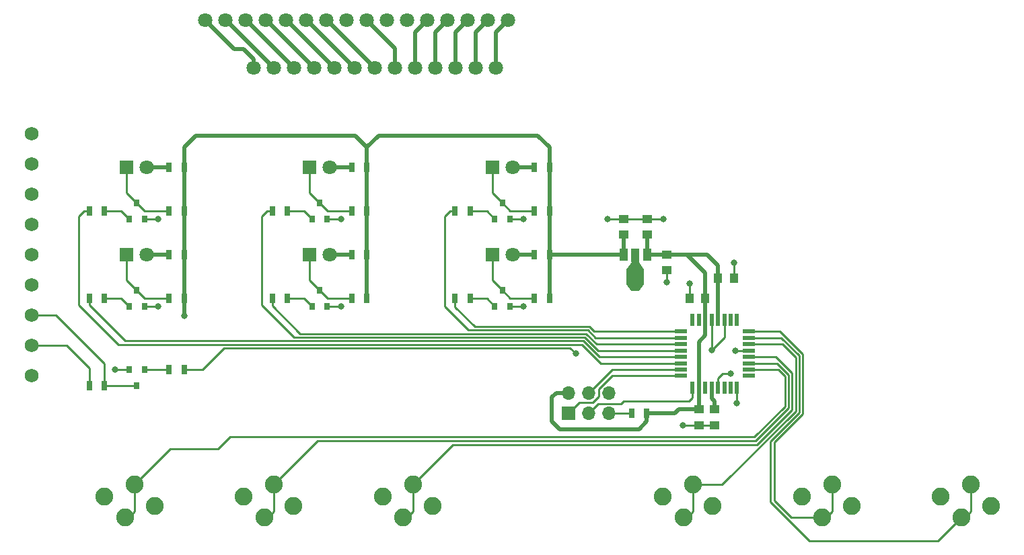
<source format=gtl>
G04 #@! TF.GenerationSoftware,KiCad,Pcbnew,(5.1.7)-1*
G04 #@! TF.CreationDate,2022-05-13T22:18:05+02:00*
G04 #@! TF.ProjectId,Anzeige-Modul,416e7a65-6967-4652-9d4d-6f64756c2e6b,rev?*
G04 #@! TF.SameCoordinates,Original*
G04 #@! TF.FileFunction,Copper,L1,Top*
G04 #@! TF.FilePolarity,Positive*
%FSLAX46Y46*%
G04 Gerber Fmt 4.6, Leading zero omitted, Abs format (unit mm)*
G04 Created by KiCad (PCBNEW (5.1.7)-1) date 2022-05-13 22:18:05*
%MOMM*%
%LPD*%
G01*
G04 APERTURE LIST*
G04 #@! TA.AperFunction,SMDPad,CuDef*
%ADD10R,0.800000X0.900000*%
G04 #@! TD*
G04 #@! TA.AperFunction,ComponentPad*
%ADD11C,2.250000*%
G04 #@! TD*
G04 #@! TA.AperFunction,SMDPad,CuDef*
%ADD12R,1.250000X1.000000*%
G04 #@! TD*
G04 #@! TA.AperFunction,SMDPad,CuDef*
%ADD13R,1.000000X1.250000*%
G04 #@! TD*
G04 #@! TA.AperFunction,ComponentPad*
%ADD14C,1.750000*%
G04 #@! TD*
G04 #@! TA.AperFunction,SMDPad,CuDef*
%ADD15R,0.700000X1.300000*%
G04 #@! TD*
G04 #@! TA.AperFunction,SMDPad,CuDef*
%ADD16R,0.550000X1.600000*%
G04 #@! TD*
G04 #@! TA.AperFunction,SMDPad,CuDef*
%ADD17R,1.600000X0.550000*%
G04 #@! TD*
G04 #@! TA.AperFunction,ComponentPad*
%ADD18R,1.800000X1.800000*%
G04 #@! TD*
G04 #@! TA.AperFunction,ComponentPad*
%ADD19C,1.800000*%
G04 #@! TD*
G04 #@! TA.AperFunction,SMDPad,CuDef*
%ADD20C,0.100000*%
G04 #@! TD*
G04 #@! TA.AperFunction,SMDPad,CuDef*
%ADD21R,2.200000X1.840000*%
G04 #@! TD*
G04 #@! TA.AperFunction,SMDPad,CuDef*
%ADD22R,1.000000X1.500000*%
G04 #@! TD*
G04 #@! TA.AperFunction,SMDPad,CuDef*
%ADD23R,1.000000X1.800000*%
G04 #@! TD*
G04 #@! TA.AperFunction,ComponentPad*
%ADD24R,1.700000X1.700000*%
G04 #@! TD*
G04 #@! TA.AperFunction,ComponentPad*
%ADD25O,1.700000X1.700000*%
G04 #@! TD*
G04 #@! TA.AperFunction,ViaPad*
%ADD26C,0.800000*%
G04 #@! TD*
G04 #@! TA.AperFunction,Conductor*
%ADD27C,0.250000*%
G04 #@! TD*
G04 #@! TA.AperFunction,Conductor*
%ADD28C,0.500000*%
G04 #@! TD*
G04 APERTURE END LIST*
D10*
X38220000Y-87000000D03*
X36320000Y-87000000D03*
X37270000Y-89000000D03*
D11*
X39500000Y-104200000D03*
X35800000Y-105600000D03*
X33200000Y-103000000D03*
X37000000Y-101500000D03*
X57000000Y-104200000D03*
X53300000Y-105600000D03*
X50700000Y-103000000D03*
X54500000Y-101500000D03*
X74500000Y-104200000D03*
X70800000Y-105600000D03*
X68200000Y-103000000D03*
X72000000Y-101500000D03*
X109750000Y-104200000D03*
X106050000Y-105600000D03*
X103450000Y-103000000D03*
X107250000Y-101500000D03*
X144750000Y-104200000D03*
X141050000Y-105600000D03*
X138450000Y-103000000D03*
X142250000Y-101500000D03*
X127250000Y-104200000D03*
X123550000Y-105600000D03*
X120950000Y-103000000D03*
X124750000Y-101500000D03*
D12*
X108000000Y-94000000D03*
X108000000Y-92000000D03*
D13*
X106800000Y-78000000D03*
X108800000Y-78000000D03*
X112400000Y-75500000D03*
X110400000Y-75500000D03*
D12*
X104000000Y-74500000D03*
X104000000Y-72500000D03*
D14*
X24000000Y-87740000D03*
X24000000Y-83930000D03*
X24000000Y-80120000D03*
X24000000Y-76310000D03*
X24000000Y-72500000D03*
X24000000Y-68690000D03*
X24000000Y-64880000D03*
X24000000Y-61070000D03*
X24000000Y-57260000D03*
D15*
X101450000Y-92500000D03*
X99550000Y-92500000D03*
D12*
X110000000Y-92000000D03*
X110000000Y-94000000D03*
D16*
X112800000Y-80750000D03*
X112000000Y-80750000D03*
X111200000Y-80750000D03*
X110400000Y-80750000D03*
X109600000Y-80750000D03*
X108800000Y-80750000D03*
X108000000Y-80750000D03*
X107200000Y-80750000D03*
D17*
X105750000Y-82200000D03*
X105750000Y-83000000D03*
X105750000Y-83800000D03*
X105750000Y-84600000D03*
X105750000Y-85400000D03*
X105750000Y-86200000D03*
X105750000Y-87000000D03*
X105750000Y-87800000D03*
D16*
X107200000Y-89250000D03*
X108000000Y-89250000D03*
X108800000Y-89250000D03*
X109600000Y-89250000D03*
X110400000Y-89250000D03*
X111200000Y-89250000D03*
X112000000Y-89250000D03*
X112800000Y-89250000D03*
D17*
X114250000Y-87800000D03*
X114250000Y-87000000D03*
X114250000Y-86200000D03*
X114250000Y-85400000D03*
X114250000Y-84600000D03*
X114250000Y-83800000D03*
X114250000Y-83000000D03*
X114250000Y-82200000D03*
D18*
X36000000Y-61500000D03*
D19*
X38540000Y-61500000D03*
D18*
X59000000Y-61500000D03*
D19*
X61540000Y-61500000D03*
D18*
X82000000Y-61500000D03*
D19*
X84540000Y-61500000D03*
D18*
X36000000Y-72500000D03*
D19*
X38540000Y-72500000D03*
D18*
X59000000Y-72500000D03*
D19*
X61540000Y-72500000D03*
D18*
X82000000Y-72500000D03*
D19*
X84540000Y-72500000D03*
D15*
X41320000Y-61500000D03*
X43220000Y-61500000D03*
X64320000Y-61500000D03*
X66220000Y-61500000D03*
X87320000Y-61500000D03*
X89220000Y-61500000D03*
X41320000Y-72500000D03*
X43220000Y-72500000D03*
X64320000Y-72500000D03*
X66220000Y-72500000D03*
X87320000Y-72500000D03*
X89220000Y-72500000D03*
D10*
X36320000Y-68000000D03*
X38220000Y-68000000D03*
X37270000Y-66000000D03*
X59320000Y-68000000D03*
X61220000Y-68000000D03*
X60270000Y-66000000D03*
X82320000Y-68000000D03*
X84220000Y-68000000D03*
X83270000Y-66000000D03*
X36320000Y-79000000D03*
X38220000Y-79000000D03*
X37270000Y-77000000D03*
X59320000Y-79000000D03*
X61220000Y-79000000D03*
X60270000Y-77000000D03*
X82320000Y-79000000D03*
X84220000Y-79000000D03*
X83270000Y-77000000D03*
D15*
X41320000Y-67000000D03*
X43220000Y-67000000D03*
X64320000Y-67000000D03*
X66220000Y-67000000D03*
X87320000Y-67000000D03*
X89220000Y-67000000D03*
X41320000Y-78000000D03*
X43220000Y-78000000D03*
X64320000Y-78000000D03*
X66220000Y-78000000D03*
X89220000Y-78000000D03*
X87320000Y-78000000D03*
X31320000Y-67000000D03*
X33220000Y-67000000D03*
X54320000Y-67000000D03*
X56220000Y-67000000D03*
X77320000Y-67000000D03*
X79220000Y-67000000D03*
X31320000Y-78000000D03*
X33220000Y-78000000D03*
X54320000Y-78000000D03*
X56220000Y-78000000D03*
X77320000Y-78000000D03*
X79220000Y-78000000D03*
G04 #@! TA.AperFunction,SMDPad,CuDef*
D20*
G36*
X98900000Y-74403800D02*
G01*
X99600000Y-73403800D01*
X100400000Y-73403800D01*
X101100000Y-74403800D01*
X98900000Y-74403800D01*
G37*
G04 #@! TD.AperFunction*
D21*
X100000000Y-75313500D03*
D22*
X98500000Y-72500000D03*
D23*
X100000000Y-72646500D03*
D22*
X101500000Y-72500000D03*
G04 #@! TA.AperFunction,SMDPad,CuDef*
D20*
G36*
X101100000Y-76222000D02*
G01*
X100500000Y-77072000D01*
X99500000Y-77072000D01*
X98900000Y-76222000D01*
X101100000Y-76222000D01*
G37*
G04 #@! TD.AperFunction*
D19*
X52000000Y-49000000D03*
X54540000Y-49000000D03*
X57080000Y-49000000D03*
X59620000Y-49000000D03*
X62160000Y-49000000D03*
X64700000Y-49000000D03*
X67240000Y-49000000D03*
X69780000Y-49000000D03*
X72320000Y-49000000D03*
X74860000Y-49000000D03*
X77400000Y-49000000D03*
X79940000Y-49000000D03*
X82480000Y-49000000D03*
X84000000Y-43000000D03*
X81460000Y-43000000D03*
X78920000Y-43000000D03*
X76380000Y-43000000D03*
X73840000Y-43000000D03*
X71300000Y-43000000D03*
X68760000Y-43000000D03*
X66220000Y-43000000D03*
X63680000Y-43000000D03*
X61140000Y-43000000D03*
X58600000Y-43000000D03*
X56060000Y-43000000D03*
X53520000Y-43000000D03*
X50980000Y-43000000D03*
X48440000Y-43000000D03*
X45900000Y-43000000D03*
D24*
X91585000Y-92500000D03*
D25*
X91585000Y-89960000D03*
X94125000Y-92500000D03*
X94125000Y-89960000D03*
X96665000Y-92500000D03*
X96665000Y-89960000D03*
D15*
X43220000Y-87000000D03*
X41320000Y-87000000D03*
X31320000Y-89000000D03*
X33220000Y-89000000D03*
D12*
X98500000Y-68000000D03*
X98500000Y-70000000D03*
X101500000Y-68000000D03*
X101500000Y-70000000D03*
D26*
X100000000Y-72350000D03*
X100000000Y-73200000D03*
X100000000Y-74050000D03*
X100000000Y-74900000D03*
X100000000Y-75750000D03*
X100000000Y-76600000D03*
X85950000Y-79000000D03*
X85950000Y-68000000D03*
X39950000Y-68000000D03*
X39950000Y-79000000D03*
X62950000Y-68000000D03*
X62950000Y-79000000D03*
X34500000Y-87000000D03*
X106000000Y-94000000D03*
X112000000Y-87500000D03*
X109612653Y-84500000D03*
X106800000Y-76200000D03*
X112400000Y-73500000D03*
X104000000Y-76000000D03*
X103500000Y-68000000D03*
X96500000Y-68000000D03*
X43220000Y-80200000D03*
X112600000Y-84600000D03*
X92500000Y-85000000D03*
X112800000Y-91200000D03*
D27*
X24000000Y-80120000D02*
X27120000Y-80120000D01*
X33220000Y-86220000D02*
X33220000Y-89000000D01*
X27120000Y-80120000D02*
X33220000Y-86220000D01*
X37270000Y-89000000D02*
X33220000Y-89000000D01*
X39950000Y-79000000D02*
X38220000Y-79000000D01*
X39950000Y-68000000D02*
X38220000Y-68000000D01*
X62950000Y-68000000D02*
X61220000Y-68000000D01*
X62950000Y-79000000D02*
X61220000Y-79000000D01*
X85950000Y-79000000D02*
X84220000Y-79000000D01*
X85950000Y-68000000D02*
X84220000Y-68000000D01*
X36320000Y-87000000D02*
X34500000Y-87000000D01*
X110000000Y-94000000D02*
X106000000Y-94000000D01*
X109600000Y-84487347D02*
X109612653Y-84500000D01*
X109600000Y-80750000D02*
X109600000Y-84487347D01*
X111200000Y-82912653D02*
X109612653Y-84500000D01*
X111200000Y-80750000D02*
X111200000Y-82912653D01*
X110400000Y-89250000D02*
X110400000Y-88100000D01*
X111000000Y-87500000D02*
X112000000Y-87500000D01*
X110400000Y-88100000D02*
X111000000Y-87500000D01*
X106800000Y-78000000D02*
X106800000Y-76200000D01*
X112400000Y-75500000D02*
X112400000Y-73500000D01*
X104000000Y-74500000D02*
X104000000Y-76000000D01*
X101500000Y-68000000D02*
X103500000Y-68000000D01*
X101500000Y-68000000D02*
X98500000Y-68000000D01*
X98500000Y-68000000D02*
X96500000Y-68000000D01*
D28*
X43220000Y-61500000D02*
X43220000Y-78000000D01*
X66220000Y-61500000D02*
X66220000Y-78000000D01*
X89220000Y-61500000D02*
X89220000Y-78000000D01*
X43220000Y-80200000D02*
X43220000Y-78000000D01*
X66220000Y-61500000D02*
X66220000Y-59000000D01*
X43220000Y-59000000D02*
X43220000Y-61500000D01*
X44720000Y-57500000D02*
X43220000Y-59000000D01*
X89220000Y-59000000D02*
X87720000Y-57500000D01*
X89220000Y-61500000D02*
X89220000Y-59000000D01*
X64720000Y-57500000D02*
X66220000Y-59000000D01*
X63500000Y-57500000D02*
X64720000Y-57500000D01*
X63500000Y-57500000D02*
X44720000Y-57500000D01*
X67720000Y-57500000D02*
X66220000Y-59000000D01*
X87720000Y-57500000D02*
X69500000Y-57500000D01*
X69500000Y-57500000D02*
X67720000Y-57500000D01*
X89220000Y-72500000D02*
X98500000Y-72500000D01*
X98500000Y-70000000D02*
X98500000Y-72500000D01*
D27*
X24000000Y-83930000D02*
X28430000Y-83930000D01*
X31320000Y-86820000D02*
X31320000Y-89000000D01*
X28430000Y-83930000D02*
X31320000Y-86820000D01*
X30000000Y-67675001D02*
X30000000Y-78861409D01*
X30675001Y-67000000D02*
X30000000Y-67675001D01*
X31320000Y-67000000D02*
X30675001Y-67000000D01*
X34963651Y-83825060D02*
X30000000Y-78861409D01*
X36674940Y-83825060D02*
X34963651Y-83825060D01*
X36674940Y-83825060D02*
X93269292Y-83825060D01*
X95644232Y-86200000D02*
X93269292Y-83825060D01*
X105750000Y-86200000D02*
X95644232Y-86200000D01*
X53000000Y-67675001D02*
X53000000Y-78910001D01*
X53675001Y-67000000D02*
X53000000Y-67675001D01*
X54320000Y-67000000D02*
X53675001Y-67000000D01*
X57015039Y-82925040D02*
X53000000Y-78910001D01*
X58574960Y-82925040D02*
X57015039Y-82925040D01*
X58574960Y-82925040D02*
X93642092Y-82925040D01*
X95317052Y-84600000D02*
X93642092Y-82925040D01*
X105750000Y-84600000D02*
X95317052Y-84600000D01*
X76000000Y-67675001D02*
X76000000Y-79049999D01*
X76675001Y-67000000D02*
X76000000Y-67675001D01*
X77320000Y-67000000D02*
X76675001Y-67000000D01*
X78975021Y-82025020D02*
X76000000Y-79049999D01*
X80525020Y-82025020D02*
X78975021Y-82025020D01*
X80525020Y-82025020D02*
X94014892Y-82025020D01*
X94989872Y-83000000D02*
X94014892Y-82025020D01*
X105750000Y-83000000D02*
X94989872Y-83000000D01*
X31320000Y-78900000D02*
X31320000Y-78000000D01*
X35795050Y-83375050D02*
X31320000Y-78900000D01*
X36624950Y-83375050D02*
X35795050Y-83375050D01*
X93455692Y-83375050D02*
X36624950Y-83375050D01*
X95480642Y-85400000D02*
X93455692Y-83375050D01*
X105750000Y-85400000D02*
X95480642Y-85400000D01*
X54320000Y-78000000D02*
X54320000Y-78948592D01*
X57846438Y-82475030D02*
X54320000Y-78948592D01*
X59024970Y-82475030D02*
X57846438Y-82475030D01*
X59024970Y-82475030D02*
X93828492Y-82475030D01*
X95153462Y-83800000D02*
X93828492Y-82475030D01*
X105750000Y-83800000D02*
X95153462Y-83800000D01*
X77320000Y-78000000D02*
X77320000Y-79088590D01*
X79806420Y-81575010D02*
X77320000Y-79088590D01*
X81424990Y-81575010D02*
X79806420Y-81575010D01*
X81424990Y-81575010D02*
X94201292Y-81575010D01*
X94826282Y-82200000D02*
X94201292Y-81575010D01*
X105750000Y-82200000D02*
X94826282Y-82200000D01*
X96665000Y-92500000D02*
X99550000Y-92500000D01*
X114250000Y-84600000D02*
X112600000Y-84600000D01*
D28*
X101500000Y-70000000D02*
X101500000Y-72500000D01*
X108000000Y-89250000D02*
X108000000Y-92000000D01*
X105500000Y-92000000D02*
X108000000Y-92000000D01*
X101450000Y-92500000D02*
X105000000Y-92500000D01*
X105000000Y-92500000D02*
X105500000Y-92000000D01*
X101450000Y-93550000D02*
X101450000Y-92500000D01*
X100500000Y-94500000D02*
X101450000Y-93550000D01*
X89500000Y-93500000D02*
X90500000Y-94500000D01*
X90500000Y-94500000D02*
X100500000Y-94500000D01*
X89500000Y-90500000D02*
X89500000Y-93500000D01*
X90040000Y-89960000D02*
X89500000Y-90500000D01*
X91585000Y-89960000D02*
X90040000Y-89960000D01*
X108000000Y-89250000D02*
X108000000Y-83500000D01*
X108800000Y-82700000D02*
X108800000Y-80750000D01*
X108000000Y-83500000D02*
X108800000Y-82700000D01*
X101500000Y-72500000D02*
X104000000Y-72500000D01*
X110400000Y-80600000D02*
X110400000Y-75500000D01*
X110400000Y-80750000D02*
X110400000Y-80600000D01*
X108800000Y-80750000D02*
X108800000Y-78000000D01*
X106500000Y-72500000D02*
X108800000Y-74800000D01*
X108800000Y-74800000D02*
X108800000Y-78000000D01*
X104000000Y-72500000D02*
X106500000Y-72500000D01*
X109000000Y-72500000D02*
X110400000Y-73900000D01*
X110400000Y-73900000D02*
X110400000Y-75500000D01*
X106500000Y-72500000D02*
X109000000Y-72500000D01*
D27*
X37000000Y-104900000D02*
X35800000Y-106100000D01*
X37000000Y-102000000D02*
X37000000Y-104900000D01*
X118000000Y-87000000D02*
X114250000Y-87000000D01*
X118824960Y-87824960D02*
X118000000Y-87000000D01*
X118824960Y-91675040D02*
X118824960Y-87824960D01*
X115000000Y-95500000D02*
X118824960Y-91675040D01*
X49000000Y-95500000D02*
X115000000Y-95500000D01*
X47500000Y-97000000D02*
X49000000Y-95500000D01*
X41500000Y-97000000D02*
X47500000Y-97000000D01*
X37000000Y-101500000D02*
X41500000Y-97000000D01*
X54500000Y-104900000D02*
X53300000Y-106100000D01*
X54500000Y-102000000D02*
X54500000Y-104900000D01*
X60000000Y-96000000D02*
X54500000Y-101500000D01*
X115136410Y-96000000D02*
X60000000Y-96000000D01*
X119274970Y-91861440D02*
X115136410Y-96000000D01*
X117836410Y-86200000D02*
X119274970Y-87638560D01*
X119274970Y-87638560D02*
X119274970Y-91861440D01*
X114250000Y-86200000D02*
X117836410Y-86200000D01*
X72000000Y-104900000D02*
X70800000Y-106100000D01*
X72000000Y-102000000D02*
X72000000Y-104900000D01*
X77000000Y-96500000D02*
X72000000Y-101500000D01*
X115272820Y-96500000D02*
X77000000Y-96500000D01*
X119724980Y-92047840D02*
X115272820Y-96500000D01*
X119724980Y-87452160D02*
X119724980Y-92047840D01*
X117672820Y-85400000D02*
X119724980Y-87452160D01*
X114250000Y-85400000D02*
X117672820Y-85400000D01*
X107250000Y-104900000D02*
X106050000Y-106100000D01*
X107250000Y-102000000D02*
X107250000Y-104900000D01*
X118527180Y-83800000D02*
X114250000Y-83800000D01*
X120174990Y-85447810D02*
X118527180Y-83800000D01*
X120174990Y-92234240D02*
X120174990Y-85447810D01*
X110909230Y-101500000D02*
X120174990Y-92234240D01*
X107250000Y-101500000D02*
X110909230Y-101500000D01*
X124750000Y-104900000D02*
X123550000Y-106100000D01*
X124750000Y-102000000D02*
X124750000Y-104900000D01*
X118200000Y-82200000D02*
X114250000Y-82200000D01*
X121075010Y-85075010D02*
X118200000Y-82200000D01*
X121075010Y-92607040D02*
X121075010Y-85075010D01*
X117500000Y-103500000D02*
X117500000Y-96182050D01*
X119600000Y-105600000D02*
X117500000Y-103500000D01*
X117500000Y-96182050D02*
X121075010Y-92607040D01*
X123550000Y-105600000D02*
X119600000Y-105600000D01*
X142250000Y-104900000D02*
X141050000Y-106100000D01*
X142250000Y-102000000D02*
X142250000Y-104900000D01*
X118363590Y-83000000D02*
X114250000Y-83000000D01*
X120625000Y-85261410D02*
X118363590Y-83000000D01*
X120625000Y-92420640D02*
X120625000Y-85261410D01*
X117000000Y-96045640D02*
X120625000Y-92420640D01*
X117000000Y-103636410D02*
X117000000Y-96045640D01*
X121938590Y-108575000D02*
X117000000Y-103636410D01*
X138075000Y-108575000D02*
X121938590Y-108575000D01*
X141050000Y-105600000D02*
X138075000Y-108575000D01*
D28*
X82480000Y-44520000D02*
X84000000Y-43000000D01*
X82480000Y-49000000D02*
X82480000Y-44520000D01*
X79940000Y-44520000D02*
X81460000Y-43000000D01*
X79940000Y-49000000D02*
X79940000Y-44520000D01*
X77400000Y-44520000D02*
X78920000Y-43000000D01*
X77400000Y-49000000D02*
X77400000Y-44520000D01*
X74860000Y-44520000D02*
X76380000Y-43000000D01*
X74860000Y-49000000D02*
X74860000Y-44520000D01*
X72320000Y-44520000D02*
X73840000Y-43000000D01*
X72320000Y-49000000D02*
X72320000Y-44520000D01*
X69780000Y-46560000D02*
X66220000Y-43000000D01*
X69780000Y-49000000D02*
X69780000Y-46560000D01*
X61240000Y-43000000D02*
X61140000Y-43000000D01*
X67240000Y-49000000D02*
X61240000Y-43000000D01*
X58700000Y-43000000D02*
X58600000Y-43000000D01*
X64700000Y-49000000D02*
X58700000Y-43000000D01*
X56160000Y-43000000D02*
X56060000Y-43000000D01*
X62160000Y-49000000D02*
X56160000Y-43000000D01*
X53620000Y-43000000D02*
X53520000Y-43000000D01*
X59620000Y-49000000D02*
X53620000Y-43000000D01*
X51080000Y-43000000D02*
X50980000Y-43000000D01*
X57080000Y-49000000D02*
X51080000Y-43000000D01*
X48540000Y-43000000D02*
X48440000Y-43000000D01*
X54540000Y-49000000D02*
X48540000Y-43000000D01*
X45900000Y-43000000D02*
X49500000Y-46600000D01*
X49500000Y-46600000D02*
X50700000Y-46600000D01*
X52000000Y-47900000D02*
X52000000Y-49000000D01*
X50700000Y-46600000D02*
X52000000Y-47900000D01*
D27*
X107200000Y-90589998D02*
X107200000Y-89250000D01*
X106789998Y-91000000D02*
X107200000Y-90589998D01*
X98500000Y-91000000D02*
X106789998Y-91000000D01*
X98200000Y-91300000D02*
X98500000Y-91000000D01*
X95325000Y-91300000D02*
X98200000Y-91300000D01*
X94125000Y-92500000D02*
X95325000Y-91300000D01*
X97085000Y-87000000D02*
X94125000Y-89960000D01*
X105750000Y-87000000D02*
X97085000Y-87000000D01*
X94689001Y-91135001D02*
X92949999Y-91135001D01*
X95442999Y-90381003D02*
X94689001Y-91135001D01*
X95442999Y-89442999D02*
X95442999Y-90381003D01*
X92949999Y-91135001D02*
X92760001Y-91324999D01*
X97085998Y-87800000D02*
X95442999Y-89442999D01*
X92760001Y-91324999D02*
X91585000Y-92500000D01*
X105750000Y-87800000D02*
X97085998Y-87800000D01*
X43220000Y-87000000D02*
X45500000Y-87000000D01*
X45500000Y-87000000D02*
X48224930Y-84275070D01*
X48224930Y-84275070D02*
X91775070Y-84275070D01*
X91775070Y-84275070D02*
X92500000Y-85000000D01*
X112800000Y-89250000D02*
X112800000Y-91200000D01*
D28*
X109600000Y-89250000D02*
X109600000Y-90600000D01*
X110000000Y-91000000D02*
X110000000Y-92000000D01*
X109600000Y-90600000D02*
X110000000Y-91000000D01*
D27*
X36000000Y-64730000D02*
X37270000Y-66000000D01*
X36000000Y-61500000D02*
X36000000Y-64730000D01*
X38270000Y-67000000D02*
X37270000Y-66000000D01*
X41320000Y-67000000D02*
X38270000Y-67000000D01*
D28*
X38540000Y-61500000D02*
X41320000Y-61500000D01*
D27*
X35320000Y-67000000D02*
X36320000Y-68000000D01*
X33220000Y-67000000D02*
X35320000Y-67000000D01*
X58320000Y-67000000D02*
X59320000Y-68000000D01*
X56220000Y-67000000D02*
X58320000Y-67000000D01*
X81320000Y-67000000D02*
X82320000Y-68000000D01*
X79220000Y-67000000D02*
X81320000Y-67000000D01*
X35320000Y-78000000D02*
X36320000Y-79000000D01*
X33220000Y-78000000D02*
X35320000Y-78000000D01*
X58320000Y-78000000D02*
X59320000Y-79000000D01*
X56220000Y-78000000D02*
X58320000Y-78000000D01*
X81320000Y-78000000D02*
X82320000Y-79000000D01*
X79220000Y-78000000D02*
X81320000Y-78000000D01*
X38220000Y-87000000D02*
X41320000Y-87000000D01*
X59000000Y-64730000D02*
X60270000Y-66000000D01*
X59000000Y-61500000D02*
X59000000Y-64730000D01*
X61270000Y-67000000D02*
X60270000Y-66000000D01*
X64320000Y-67000000D02*
X61270000Y-67000000D01*
D28*
X61540000Y-61500000D02*
X64320000Y-61500000D01*
D27*
X82000000Y-64730000D02*
X83270000Y-66000000D01*
X82000000Y-61500000D02*
X82000000Y-64730000D01*
X84270000Y-67000000D02*
X83270000Y-66000000D01*
X87320000Y-67000000D02*
X84270000Y-67000000D01*
D28*
X84540000Y-61500000D02*
X87320000Y-61500000D01*
D27*
X36000000Y-75730000D02*
X37270000Y-77000000D01*
X36000000Y-72500000D02*
X36000000Y-75730000D01*
X38270000Y-78000000D02*
X37270000Y-77000000D01*
X41320000Y-78000000D02*
X38270000Y-78000000D01*
D28*
X38540000Y-72500000D02*
X41320000Y-72500000D01*
D27*
X59000000Y-75730000D02*
X60270000Y-77000000D01*
X59000000Y-72500000D02*
X59000000Y-75730000D01*
X61270000Y-78000000D02*
X60270000Y-77000000D01*
X64320000Y-78000000D02*
X61270000Y-78000000D01*
D28*
X61540000Y-72500000D02*
X64320000Y-72500000D01*
D27*
X82000000Y-75730000D02*
X83270000Y-77000000D01*
X82000000Y-72500000D02*
X82000000Y-75730000D01*
X84270000Y-78000000D02*
X83270000Y-77000000D01*
X87320000Y-78000000D02*
X84270000Y-78000000D01*
D28*
X84540000Y-72500000D02*
X87320000Y-72500000D01*
M02*

</source>
